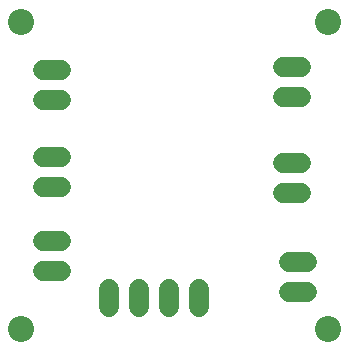
<source format=gbs>
G75*
%MOIN*%
%OFA0B0*%
%FSLAX25Y25*%
%IPPOS*%
%LPD*%
%AMOC8*
5,1,8,0,0,1.08239X$1,22.5*
%
%ADD10C,0.08674*%
%ADD11C,0.06800*%
D10*
X0009674Y0009674D03*
X0009674Y0112036D03*
X0112036Y0112036D03*
X0112036Y0009674D03*
D11*
X0104800Y0021800D02*
X0098800Y0021800D01*
X0098800Y0031800D02*
X0104800Y0031800D01*
X0102800Y0054800D02*
X0096800Y0054800D01*
X0096800Y0064800D02*
X0102800Y0064800D01*
X0102800Y0086800D02*
X0096800Y0086800D01*
X0096800Y0096800D02*
X0102800Y0096800D01*
X0068800Y0022800D02*
X0068800Y0016800D01*
X0058800Y0016800D02*
X0058800Y0022800D01*
X0048800Y0022800D02*
X0048800Y0016800D01*
X0038800Y0016800D02*
X0038800Y0022800D01*
X0022800Y0028800D02*
X0016800Y0028800D01*
X0016800Y0038800D02*
X0022800Y0038800D01*
X0022800Y0056800D02*
X0016800Y0056800D01*
X0016800Y0066800D02*
X0022800Y0066800D01*
X0022800Y0085800D02*
X0016800Y0085800D01*
X0016800Y0095800D02*
X0022800Y0095800D01*
M02*

</source>
